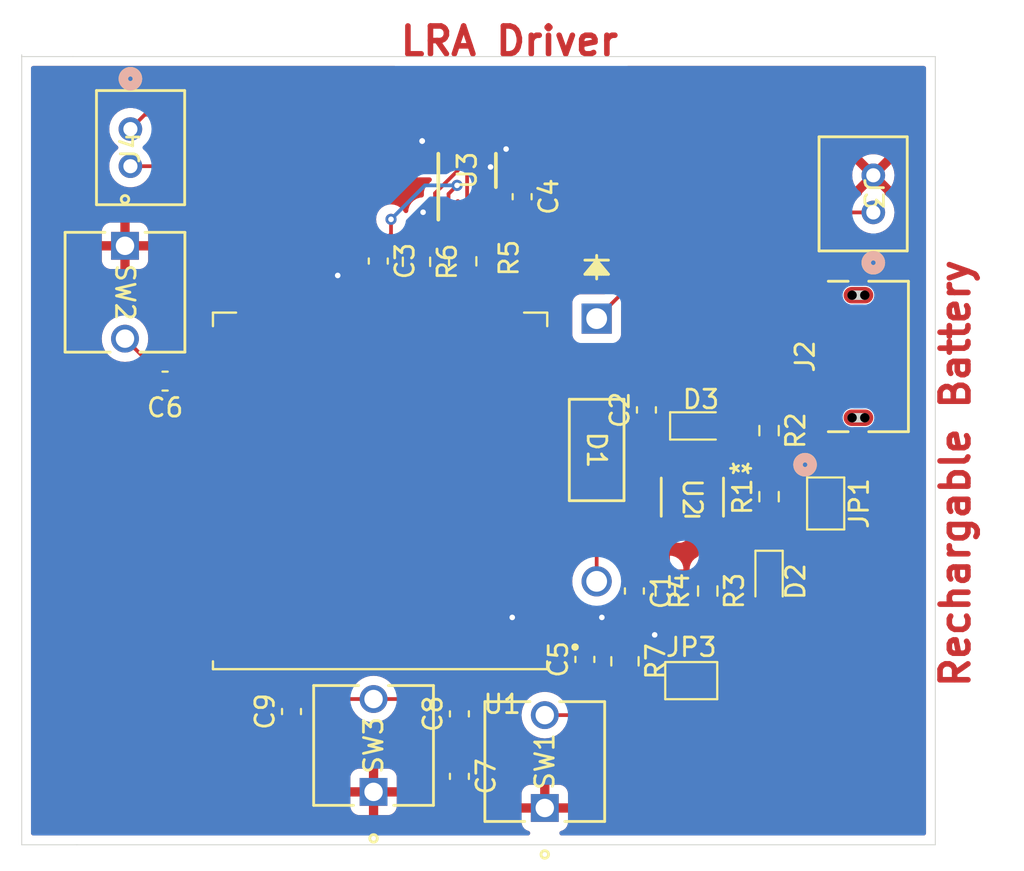
<source format=kicad_pcb>
(kicad_pcb (version 20240108) (generator "pcbnew") (generator_version "8.0")
  (layers (0 "F.Cu" signal) (31 "B.Cu" signal) (34 "B.Paste" user) (35 "F.Paste" user) (36 "B.SilkS" user "B.Silkscreen") (37 "F.SilkS" user "F.Silkscreen") (38 "B.Mask" user) (39 "F.Mask" user) (44 "Edge.Cuts" user))
  (net 0 "")
  (net 1 "Net-(D2-A)")
  (net 2 "GND")
  (net 3 "Net-(D1-A)")
  (net 4 "Net-(U3-REG)")
  (net 5 "Net-(U3-EN)")
  (net 6 "/Reset")
  (net 7 "Net-(SW2A-B)")
  (net 8 "+3V3")
  (net 9 "Net-(SW3A-B)")
  (net 10 "Net-(D1-K)")
  (net 11 "Net-(D2-K)")
  (net 12 "Net-(D3-A)")
  (net 13 "/USB_D-")
  (net 14 "/USB_D+")
  (net 15 "Net-(J4-Pin_2)")
  (net 16 "Net-(J4-Pin_1)")
  (net 17 "Net-(JP3-B)")
  (net 18 "Net-(JP3-A)")
  (net 19 "Net-(R1-Pad2)")
  (net 20 "/SCL")
  (net 21 "/SDA")
  (net 22 "/HS")
  (net 23 "/VS")
  (net 25 "/D3")
  (net 27 "/D7")
  (net 33 "/PCLK")
  (net 41 "/D1")
  (net 45 "/MCLK")
  (net 46 "/D0")
  (net 47 "/D6")
  (net 54 "/D5")
  (net 56 "/PWNN")
  (net 57 "/D4")
  (net 59 "/D2")
  (footprint "ESP32_sym_footprint:SW_TL59AF160Q_EWI" (layer "F.Cu") (at 187.325 118.491 90)
    (property "Reference" "SW1" (at 2.5 0 90) (layer "F.SilkS"))
    (property "Value" "RESET")
    (fp_line (start 5.7258 -3.2258) (end -0.7258 -3.2258) (stroke (width 0.1524)) (layer "F.SilkS"))
    (fp_line (start -0.7258 -3.2258) (end -0.7258 -1.08204) (stroke (width 0.1524)) (layer "F.SilkS"))
    (fp_line (start 5.7258 -0.802512) (end 5.7258 -3.2258) (stroke (width 0.1524)) (layer "F.SilkS"))
    (fp_line (start -0.7258 1.08204) (end -0.7258 3.2258) (stroke (width 0.1524)) (layer "F.SilkS"))
    (fp_line (start 5.7258 3.2258) (end 5.7258 0.802512) (stroke (width 0.1524)) (layer "F.SilkS"))
    (fp_line (start -0.7258 3.2258) (end 5.7258 3.2258) (stroke (width 0.1524)) (layer "F.SilkS"))
    (fp_circle (center -2.5038 0) (end -2.3006 0) (stroke (width 0.1524)) (fill none) (layer "F.SilkS"))
    (pad "1" thru_hole rect (at 0 0 90) (size 1.4986 1.4986) (drill 0.9906) (layers "*.Cu" "*.Mask") (net 2 "GND"))
    (pad "2" thru_hole circle (at 5 0 90) (size 1.4986 1.4986) (drill 0.9906) (layers "*.Cu" "*.Mask") (net 6 "/Reset"))
  )
  (footprint "Capacitor_SMD:C_0603_1608Metric" (layer "F.Cu") (at 173.6852 113.297 90)
    (property "Reference" "C9" (at 0 -1.43 90) (layer "F.SilkS"))
    (property "Value" ".1uF")
    (fp_line (start -0.14058 -0.51) (end 0.14058 -0.51) (stroke (width 0.12)) (layer "F.SilkS"))
    (fp_line (start -0.14058 0.51) (end 0.14058 0.51) (stroke (width 0.12)) (layer "F.SilkS"))
    (pad "1" smd roundrect (at -0.775 0 90) (size 0.9 0.95) (layers "F.Cu" "F.Paste" "F.Mask") (net 2 "GND"))
    (pad "2" smd roundrect (at 0.775 0 90) (size 0.9 0.95) (layers "F.Cu" "F.Paste" "F.Mask") (net 9 "Net-(SW3A-B)"))
  )
  (footprint "ESP32_sym_footprint:DO-41_STM" (layer "F.Cu") (at 190.119 92.1385 -90)
    (property "Reference" "D1" (at 7.0739 0 -90) (layer "F.SilkS"))
    (property "Value" "D_Schottky")
    (fp_line (start 4.3434 1.4732) (end 9.8044 1.4732) (stroke (width 0.1524)) (layer "F.SilkS"))
    (fp_line (start 9.8044 1.4732) (end 9.8044 -1.4732) (stroke (width 0.1524)) (layer "F.SilkS"))
    (fp_line (start -3.1496 0) (end -2.3876 0.635) (stroke (width 0.1524)) (layer "F.SilkS"))
    (fp_line (start -3.1496 0) (end -2.3876 0.508) (stroke (width 0.1524)) (layer "F.SilkS"))
    (fp_line (start -3.1496 0) (end -2.3876 0.381) (stroke (width 0.1524)) (layer "F.SilkS"))
    (fp_line (start -3.1496 0) (end -2.3876 0.254) (stroke (width 0.1524)) (layer "F.SilkS"))
    (fp_line (start -3.1496 0) (end -2.3876 0.127) (stroke (width 0.1524)) (layer "F.SilkS"))
    (fp_line (start -3.1496 0) (end -2.3876 -0.127) (stroke (width 0.1524)) (layer "F.SilkS"))
    (fp_line (start -3.1496 0) (end -2.3876 -0.254) (stroke (width 0.1524)) (layer "F.SilkS"))
    (fp_line (start -3.1496 0) (end -2.3876 -0.381) (stroke (width 0.1524)) (layer "F.SilkS"))
    (fp_line (start -3.1496 0) (end -2.3876 -0.508) (stroke (width 0.1524)) (layer "F.SilkS"))
    (fp_line (start -3.1496 0) (end -2.3876 -0.635) (stroke (width 0.1524)) (layer "F.SilkS"))
    (fp_line (start -2.1336 0) (end -3.4036 0) (stroke (width 0.1524)) (layer "F.SilkS"))
    (fp_line (start -3.1496 -0.635) (end -3.1496 0.635) (stroke (width 0.1524)) (layer "F.SilkS"))
    (fp_line (start -2.3876 -0.635) (end -2.3876 0.635) (stroke (width 0.1524)) (layer "F.SilkS"))
    (fp_line (start 4.3434 -1.4732) (end 4.3434 1.4732) (stroke (width 0.1524)) (layer "F.SilkS"))
    (fp_line (start 9.8044 -1.4732) (end 4.3434 -1.4732) (stroke (width 0.1524)) (layer "F.SilkS"))
    (pad "1" thru_hole rect (at 0 0 270) (size 1.6256 1.6256) (drill 1.1176) (layers "*.Cu" "*.Mask") (net 10 "Net-(D1-K)"))
    (pad "2" thru_hole circle (at 14.1478 0 270) (size 1.6256 1.6256) (drill 1.1176) (layers "*.Cu" "*.Mask") (net 3 "Net-(D1-A)"))
  )
  (footprint "Resistor_SMD:R_0805_2012Metric" (layer "F.Cu") (at 191.643 110.5935 -90)
    (property "Reference" "R7" (at 0 -1.65 90) (layer "F.SilkS"))
    (property "Value" "10k")
    (fp_line (start -0.227064 0.735) (end 0.227064 0.735) (stroke (width 0.12)) (layer "F.SilkS"))
    (fp_line (start -0.227064 -0.735) (end 0.227064 -0.735) (stroke (width 0.12)) (layer "F.SilkS"))
    (pad "1" smd roundrect (at -0.9125 0 270) (size 1.025 1.4) (layers "F.Cu" "F.Paste" "F.Mask") (roundrect_rratio 0.243902) (net 8 "+3V3"))
    (pad "2" smd roundrect (at 0.9125 0 270) (size 1.025 1.4) (layers "F.Cu" "F.Paste" "F.Mask") (roundrect_rratio 0.243902) (net 6 "/Reset"))
  )
  (footprint "ESP32_sym_footprint:CONN2_B2B-PH-K-S_JST" (layer "F.Cu") (at 205.017001 86.4202 -90)
    (property "Reference" "J3" (at -1 0 -90) (layer "F.SilkS"))
    (property "Value" "Conn_01x02_Socket")
    (fp_circle (center 2.7084 0) (end 3.0894 0) (stroke (width 0.508)) (fill none) (layer "B.SilkS"))
    (fp_line (start -4.0734 2.922801) (end 2.0734 2.922801) (stroke (width 0.1524)) (layer "F.SilkS"))
    (fp_line (start 2.0734 2.922801) (end 2.0734 -1.827) (stroke (width 0.1524)) (layer "F.SilkS"))
    (fp_line (start -4.0734 -1.827) (end -4.0734 2.922801) (stroke (width 0.1524)) (layer "F.SilkS"))
    (fp_line (start 2.0734 -1.827) (end -4.0734 -1.827) (stroke (width 0.1524)) (layer "F.SilkS"))
    (fp_circle (center 2.7084 0) (end 3.0894 0) (stroke (width 0.508)) (fill none) (layer "F.SilkS"))
    (pad "1" thru_hole circle (at 0 0 270) (size 1.27 1.27) (drill 0.762) (layers "*.Cu" "*.Mask") (net 10 "Net-(D1-K)"))
    (pad "2" thru_hole circle (at -2.000001 0 270) (size 1.27 1.27) (drill 0.762) (layers "*.Cu" "*.Mask") (net 2 "GND"))
  )
  (footprint "ESP32_sym_footprint:SW_TL59AF160Q_EWI" (layer "F.Cu") (at 164.719 88.218 -90)
    (property "Reference" "SW2" (at 2.5 0 -90) (layer "F.SilkS"))
    (property "Value" "BOOT")
    (fp_line (start -0.7258 3.2258) (end 5.7258 3.2258) (stroke (width 0.1524)) (layer "F.SilkS"))
    (fp_line (start 5.7258 3.2258) (end 5.7258 0.802512) (stroke (width 0.1524)) (layer "F.SilkS"))
    (fp_line (start -0.7258 1.08204) (end -0.7258 3.2258) (stroke (width 0.1524)) (layer "F.SilkS"))
    (fp_line (start 5.7258 -0.802512) (end 5.7258 -3.2258) (stroke (width 0.1524)) (layer "F.SilkS"))
    (fp_line (start -0.7258 -3.2258) (end -0.7258 -1.08204) (stroke (width 0.1524)) (layer "F.SilkS"))
    (fp_line (start 5.7258 -3.2258) (end -0.7258 -3.2258) (stroke (width 0.1524)) (layer "F.SilkS"))
    (fp_circle (center -2.5038 0) (end -2.3006 0) (stroke (width 0.1524)) (fill none) (layer "F.SilkS"))
    (pad "1" thru_hole rect (at 0 0 270) (size 1.4986 1.4986) (drill 0.9906) (layers "*.Cu" "*.Mask") (net 2 "GND"))
    (pad "2" thru_hole circle (at 5 0 270) (size 1.4986 1.4986) (drill 0.9906) (layers "*.Cu" "*.Mask") (net 7 "Net-(SW2A-B)"))
  )
  (footprint "Diode_SMD:D_0603_1608Metric_Pad1.05x0.95mm_HandSolder" (layer "F.Cu") (at 199.4027 106.299 -90)
    (property "Reference" "D2" (at 0 -1.43 90) (layer "F.SilkS"))
    (property "Value" "LED")
    (fp_line (start -1.66 0.735) (end 0.8 0.735) (stroke (width 0.12)) (layer "F.SilkS"))
    (fp_line (start -1.66 -0.735) (end -1.66 0.735) (stroke (width 0.12)) (layer "F.SilkS"))
    (fp_line (start 0.8 -0.735) (end -1.66 -0.735) (stroke (width 0.12)) (layer "F.SilkS"))
    (pad "1" smd roundrect (at -0.875 0 270) (size 1.05 0.95) (layers "F.Cu" "F.Paste" "F.Mask") (net 11 "Net-(D2-K)"))
    (pad "2" smd roundrect (at 0.875 0 270) (size 1.05 0.95) (layers "F.Cu" "F.Paste" "F.Mask") (net 1 "Net-(D2-A)"))
  )
  (footprint "ESP32_sym_footprint:XCVR_ESP32-S2-SOLO-U-N4" (layer "F.Cu") (at 178.456 101.415 180)
    (property "Reference" "U1" (at -6.575 -11.485 360) (layer "F.SilkS"))
    (property "Value" "ESP32-S2-SOLO-U-N4")
    (fp_line (start 9 9.6) (end 9 8.87) (stroke (width 0.127)) (layer "F.SilkS"))
    (fp_line (start 9 9.6) (end 7.755 9.6) (stroke (width 0.127)) (layer "F.SilkS"))
    (fp_line (start 9 -9.6) (end 9 -9.18) (stroke (width 0.127)) (layer "F.SilkS"))
    (fp_line (start -7.755 9.6) (end -9 9.6) (stroke (width 0.127)) (layer "F.SilkS"))
    (fp_line (start -9 9.6) (end -9 8.87) (stroke (width 0.127)) (layer "F.SilkS"))
    (fp_line (start -9 -9.18) (end -9 -9.6) (stroke (width 0.127)) (layer "F.SilkS"))
    (fp_line (start -9 -9.6) (end 9 -9.6) (stroke (width 0.127)) (layer "F.SilkS"))
    (fp_circle (center -10.5 -8.41) (end -10.4 -8.41) (stroke (width 0.2)) (fill none) (layer "F.SilkS"))
    (pad "1" smd rect (at -8.75 -8.41 180) (size 1.5 0.9) (layers "F.Cu" "F.Paste" "F.Mask") (net 2 "GND"))
    (pad "2" smd rect (at -8.75 -7.14 180) (size 1.5 0.9) (layers "F.Cu" "F.Paste" "F.Mask") (net 8 "+3V3"))
    (pad "3" smd rect (at -8.75 -5.87 180) (size 1.5 0.9) (layers "F.Cu" "F.Paste" "F.Mask") (net 6 "/Reset"))
    (pad "4" smd rect (at -8.75 -4.6 180) (size 1.5 0.9) (layers "F.Cu" "F.Paste" "F.Mask") (net 25 "/D3"))
    (pad "5" smd rect (at -8.75 -3.33 180) (size 1.5 0.9) (layers "F.Cu" "F.Paste" "F.Mask") (net 57 "/D4"))
    (pad "6" smd rect (at -8.75 -2.06 180) (size 1.5 0.9) (layers "F.Cu" "F.Paste" "F.Mask") (net 54 "/D5"))
    (pad "7" smd rect (at -8.75 -0.79 180) (size 1.5 0.9) (layers "F.Cu" "F.Paste" "F.Mask") (net 47 "/D6"))
    (pad "8" smd rect (at -8.75 0.48 180) (size 1.5 0.9) (layers "F.Cu" "F.Paste" "F.Mask") (net 23 "/VS"))
    (pad "9" smd rect (at -8.75 1.75 180) (size 1.5 0.9) (layers "F.Cu" "F.Paste" "F.Mask") (net 22 "/HS"))
    (pad "10" smd rect (at -8.75 3.02 180) (size 1.5 0.9) (layers "F.Cu" "F.Paste" "F.Mask"))
    (pad "11" smd rect (at -8.75 4.29 180) (size 1.5 0.9) (layers "F.Cu" "F.Paste" "F.Mask") (net 9 "Net-(SW3A-B)"))
    (pad "12" smd rect (at -8.75 5.56 180) (size 1.5 0.9) (layers "F.Cu" "F.Paste" "F.Mask") (net 27 "/D7"))
    (pad "13" smd rect (at -8.75 6.83 180) (size 1.5 0.9) (layers "F.Cu" "F.Paste" "F.Mask") (net 13 "/USB_D-"))
    (pad "14" smd rect (at -8.75 8.1 180) (size 1.5 0.9) (layers "F.Cu" "F.Paste" "F.Mask") (net 14 "/USB_D+"))
    (pad "15" smd rect (at -6.985 9.35 180) (size 0.9 1.5) (layers "F.Cu" "F.Paste" "F.Mask") (net 59 "/D2"))
    (pad "16" smd rect (at -5.715 9.35 180) (size 0.9 1.5) (layers "F.Cu" "F.Paste" "F.Mask"))
    (pad "17" smd rect (at -4.445 9.35 180) (size 0.9 1.5) (layers "F.Cu" "F.Paste" "F.Mask") (net 20 "/SCL"))
    (pad "18" smd rect (at -3.175 9.35 180) (size 0.9 1.5) (layers "F.Cu" "F.Paste" "F.Mask") (net 21 "/SDA"))
    (pad "19" smd rect (at -1.905 9.35 180) (size 0.9 1.5) (layers "F.Cu" "F.Paste" "F.Mask"))
    (pad "20" smd rect (at -0.635 9.35 180) (size 0.9 1.5) (layers "F.Cu" "F.Paste" "F.Mask") (net 56 "/PWNN"))
    (pad "21" smd rect (at 0.635 9.35 180) (size 0.9 1.5) (layers "F.Cu" "F.Paste" "F.Mask") (net 33 "/PCLK"))
    (pad "22" smd rect (at 1.905 9.35 180) (size 0.9 1.5) (layers "F.Cu" "F.Paste" "F.Mask") (net 45 "/MCLK"))
    (pad "23" smd rect (at 3.175 9.35 180) (size 0.9 1.5) (layers "F.Cu" "F.Paste" "F.Mask"))
    (pad "24" smd rect (at 4.445 9.35 180) (size 0.9 1.5) (layers "F.Cu" "F.Paste" "F.Mask"))
    (pad "25" smd rect (at 5.715 9.35 180) (size 0.9 1.5) (layers "F.Cu" "F.Paste" "F.Mask"))
    (pad "26" smd rect (at 6.985 9.35 180) (size 0.9 1.5) (layers "F.Cu" "F.Paste" "F.Mask"))
    (pad "27" smd rect (at 8.75 8.1 180) (size 1.5 0.9) (layers "F.Cu" "F.Paste" "F.Mask") (net 7 "Net-(SW2A-B)"))
    (pad "28" smd rect (at 8.75 6.83 180) (size 1.5 0.9) (layers "F.Cu" "F.Paste" "F.Mask"))
    (pad "29" smd rect (at 8.75 5.56 180) (size 1.5 0.9) (layers "F.Cu" "F.Paste" "F.Mask"))
    (pad "30" smd rect (at 8.75 4.29 180) (size 1.5 0.9) (layers "F.Cu" "F.Paste" "F.Mask"))
    (pad "31" smd rect (at 8.75 3.02 180) (size 1.5 0.9) (layers "F.Cu" "F.Paste" "F.Mask"))
    (pad "32" smd rect (at 8.75 1.75 180) (size 1.5 0.9) (layers "F.Cu" "F.Paste" "F.Mask"))
    (pad "33" smd rect (at 8.75 0.48 180) (size 1.5 0.9) (layers "F.Cu" "F.Paste" "F.Mask"))
    (pad "34" smd rect (at 8.75 -0.79 180) (size 1.5 0.9) (layers "F.Cu" "F.Paste" "F.Mask"))
    (pad "35" smd rect (at 8.75 -2.06 180) (size 1.5 0.9) (layers "F.Cu" "F.Paste" "F.Mask"))
    (pad "36" smd rect (at 8.75 -3.33 180) (size 1.5 0.9) (layers "F.Cu" "F.Paste" "F.Mask"))
    (pad "37" smd rect (at 8.75 -4.6 180) (size 1.5 0.9) (layers "F.Cu" "F.Paste" "F.Mask"))
    (pad "38" smd rect (at 8.75 -5.87 180) (size 1.5 0.9) (layers "F.Cu" "F.Paste" "F.Mask") (net 41 "/D1"))
    (pad "39" smd rect (at 8.75 -7.14 180) (size 1.5 0.9) (layers "F.Cu" "F.Paste" "F.Mask") (net 46 "/D0"))
    (pad "40" smd rect (at 8.75 -8.41 180) (size 1.5 0.9) (layers "F.Cu" "F.Paste" "F.Mask") (net 2 "GND"))
    (pad "41_1" smd rect (at -2.9 -2.09 180) (size 0.9 0.9) (layers "F.Cu" "F.Paste" "F.Mask"))
    (pad "41_2" smd rect (at -1.5 -2.09 180) (size 0.9 0.9) (layers "F.Cu" "F.Paste" "F.Mask"))
    (pad "41_3" smd rect (at -0.1 -2.09 180) (size 0.9 0.9) (layers "F.Cu" "F.Paste" "F.Mask"))
    (pad "41_4" smd rect (at -2.9 -0.69 180) (size 0.9 0.9) (layers "F.Cu" "F.Paste" "F.Mask"))
    (pad "41_5" smd rect (at -1.5 -0.69 180) (size 0.9 0.9) (layers "F.Cu" "F.Paste" "F.Mask"))
    (pad "41_6" smd rect (at -0.1 -0.69 180) (size 0.9 0.9) (layers "F.Cu" "F.Paste" "F.Mask"))
    (pad "41_7" smd rect (at -2.9 0.71 180) (size 0.9 0.9) (layers "F.Cu" "F.Paste" "F.Mask"))
    (pad "41_8" smd rect (at -1.5 0.71 180) (size 0.9 0.9) (layers "F.Cu" "F.Paste" "F.Mask"))
    (pad "41_9" smd rect (at -0.1 0.71 180) (size 0.9 0.9) (layers "F.Cu" "F.Paste" "F.Mask"))
  )
  (footprint "Resistor_SMD:R_0603_1608Metric_Pad0.98x0.95mm_HandSolder" (layer "F.Cu") (at 199.4027 101.727 90)
    (property "Reference" "R1" (at 0 -1.43 90) (layer "F.SilkS"))
    (property "Value" "330 ohm")
    (fp_line (start -0.254724 -0.5225) (end 0.254724 -0.5225) (stroke (width 0.12)) (layer "F.SilkS"))
    (fp_line (start -0.254724 0.5225) (end 0.254724 0.5225) (stroke (width 0.12)) (layer "F.SilkS"))
    (pad "1" smd roundrect (at -0.9125 0 90) (size 0.975 0.95) (layers "F.Cu" "F.Paste" "F.Mask") (net 11 "Net-(D2-K)"))
    (pad "2" smd roundrect (at 0.9125 0 90) (size 0.975 0.95) (layers "F.Cu" "F.Paste" "F.Mask") (net 19 "Net-(R1-Pad2)"))
  )
  (footprint "Capacitor_SMD:C_0603_1608Metric" (layer "F.Cu") (at 189.484 110.49 90)
    (property "Reference" "C5" (at 0 -1.43 90) (layer "F.SilkS"))
    (property "Value" ".1uF")
    (fp_line (start -0.14058 -0.51) (end 0.14058 -0.51) (stroke (width 0.12)) (layer "F.SilkS"))
    (fp_line (start -0.14058 0.51) (end 0.14058 0.51) (stroke (width 0.12)) (layer "F.SilkS"))
    (pad "1" smd roundrect (at -0.775 0 90) (size 0.9 0.95) (layers "F.Cu" "F.Paste" "F.Mask") (net 2 "GND"))
    (pad "2" smd roundrect (at 0.775 0 90) (size 0.9 0.95) (layers "F.Cu" "F.Paste" "F.Mask") (net 6 "/Reset"))
  )
  (footprint "Capacitor_SMD:C_0603_1608Metric" (layer "F.Cu") (at 178.3588 89.0394 -90)
    (property "Reference" "C3" (at 0 -1.43 90) (layer "F.SilkS"))
    (property "Value" ".1uF")
    (fp_line (start -0.14058 0.51) (end 0.14058 0.51) (stroke (width 0.12)) (layer "F.SilkS"))
    (fp_line (start -0.14058 -0.51) (end 0.14058 -0.51) (stroke (width 0.12)) (layer "F.SilkS"))
    (pad "1" smd roundrect (at -0.775 0 270) (size 0.9 0.95) (layers "F.Cu" "F.Paste" "F.Mask") (net 4 "Net-(U3-REG)"))
    (pad "2" smd roundrect (at 0.775 0 270) (size 0.9 0.95) (layers "F.Cu" "F.Paste" "F.Mask") (net 2 "GND"))
  )
  (footprint "ESP32_sym_footprint:DGS0010A_L" (layer "F.Cu") (at 183.142001 84.1588 90)
    (property "Reference" "U3" (at 0 0 90) (layer "F.SilkS"))
    (property "Value" "DRV2605LTDGSRQ1")
    (fp_line (start -2.65 -1.549999) (end 0.900001 -1.549999) (stroke (width 0.2)) (layer "F.SilkS"))
    (fp_line (start -0.900001 1.549999) (end 0.900001 1.549999) (stroke (width 0.2)) (layer "F.SilkS"))
    (pad "1" smd oval (at -2.125 -1.000001 180) (size 0.249999 1.15) (layers "F.Cu" "F.Paste" "F.Mask") (net 4 "Net-(U3-REG)"))
    (pad "2" smd oval (at -2.125 -0.500002 180) (size 0.249999 1.15) (layers "F.Cu" "F.Paste" "F.Mask") (net 20 "/SCL"))
    (pad "3" smd oval (at -2.125 0 180) (size 0.249999 1.15) (layers "F.Cu" "F.Paste" "F.Mask") (net 21 "/SDA"))
    (pad "4" smd oval (at -2.125 0.499999 180) (size 0.249999 1.15) (layers "F.Cu" "F.Paste" "F.Mask") (net 2 "GND"))
    (pad "5" smd oval (at -2.125 1.000001 180) (size 0.249999 1.15) (layers "F.Cu" "F.Paste" "F.Mask") (net 5 "Net-(U3-EN)"))
    (pad "6" smd oval (at 2.125 1.000001 180) (size 0.249999 1.15) (layers "F.Cu" "F.Paste" "F.Mask") (net 8 "+3V3"))
    (pad "7" smd oval (at 2.125 0.499999 180) (size 0.249999 1.15) (layers "F.Cu" "F.Paste" "F.Mask") (net 16 "Net-(J4-Pin_1)"))
    (pad "8" smd oval (at 2.125 0 180) (size 0.249999 1.15) (layers "F.Cu" "F.Paste" "F.Mask") (net 2 "GND"))
    (pad "9" smd oval (at 2.125 -0.500002 180) (size 0.249999 1.15) (layers "F.Cu" "F.Paste" "F.Mask") (net 15 "Net-(J4-Pin_2)"))
    (pad "10" smd oval (at 2.125 -1.000001 180) (size 0.249999 1.15) (layers "F.Cu" "F.Paste" "F.Mask") (net 8 "+3V3"))
  )
  (footprint "Jumper:SolderJumper-2_P1.3mm_Bridged2Bar_Pad1.0x1.5mm" (layer "F.Cu") (at 195.2117 111.633)
    (property "Reference" "JP3" (at 0 -1.8 360) (layer "F.SilkS"))
    (property "Value" "SolderJumper_2_Open")
    (fp_poly (pts (xy -0.25 -0.6) (xy 0.25 -0.6) (xy 0.25 -0.2) (xy -0.25 -0.2)) (fill solid) (layer "F.Cu"))
    (fp_poly (pts (xy -0.25 0.2) (xy 0.25 0.2) (xy 0.25 0.6) (xy -0.25 0.6)) (fill solid) (layer "F.Cu"))
    (fp_line (start -1.4 -1) (end 1.4 -1) (stroke (width 0.12)) (layer "F.SilkS"))
    (fp_line (start -1.4 1) (end -1.4 -1) (stroke (width 0.12)) (layer "F.SilkS"))
    (fp_line (start 1.4 -1) (end 1.4 1) (stroke (width 0.12)) (layer "F.SilkS"))
    (fp_line (start 1.4 1) (end -1.4 1) (stroke (width 0.12)) (layer "F.SilkS"))
    (pad "1" smd rect (at -0.65 0) (size 1 1.5) (layers "F.Cu" "F.Mask") (net 18 "Net-(JP3-A)"))
    (pad "2" smd rect (at 0.65 0) (size 1 1.5) (layers "F.Cu" "F.Mask") (net 17 "Net-(JP3-B)"))
  )
  (footprint "Capacitor_SMD:C_0603_1608Metric" (layer "F.Cu") (at 186.1058 85.5726 -90)
    (property "Reference" "C4" (at 0 -1.43 90) (layer "F.SilkS"))
    (property "Value" "1uF")
    (fp_line (start -0.14058 0.51) (end 0.14058 0.51) (stroke (width 0.12)) (layer "F.SilkS"))
    (fp_line (start -0.14058 -0.51) (end 0.14058 -0.51) (stroke (width 0.12)) (layer "F.SilkS"))
    (pad "1" smd roundrect (at -0.775 0 270) (size 0.9 0.95) (layers "F.Cu" "F.Paste" "F.Mask") (net 2 "GND"))
    (pad "2" smd roundrect (at 0.775 0 270) (size 0.9 0.95) (layers "F.Cu" "F.Paste" "F.Mask") (net 5 "Net-(U3-EN)"))
  )
  (footprint "Resistor_SMD:R_0805_2012Metric" (layer "F.Cu") (at 182.9054 89.0524 -90)
    (property "Reference" "R5" (at -0.1778 -2.4892 90) (layer "F.SilkS"))
    (property "Value" "2.2k")
    (fp_line (start -0.227064 0.735) (end 0.227064 0.735) (stroke (width 0.12)) (layer "F.SilkS"))
    (fp_line (start -0.227064 -0.735) (end 0.227064 -0.735) (stroke (width 0.12)) (layer "F.SilkS"))
    (pad "1" smd roundrect (at -0.9125 0 270) (size 1.025 1.4) (layers "F.Cu" "F.Paste" "F.Mask") (roundrect_rratio 0.243902) (net 8 "+3V3"))
    (pad "2" smd roundrect (at 0.9125 0 270) (size 1.025 1.4) (layers "F.Cu" "F.Paste" "F.Mask") (roundrect_rratio 0.243902) (net 20 "/SCL"))
  )
  (footprint "Resistor_SMD:R_0603_1608Metric_Pad0.98x0.95mm_HandSolder" (layer "F.Cu") (at 199.4027 98.171 -90)
    (property "Reference" "R2" (at 0 -1.43 90) (layer "F.SilkS"))
    (property "Value" "330 ohm")
    (fp_line (start -0.254724 0.5225) (end 0.254724 0.5225) (stroke (width 0.12)) (layer "F.SilkS"))
    (fp_line (start -0.254724 -0.5225) (end 0.254724 -0.5225) (stroke (width 0.12)) (layer "F.SilkS"))
    (pad "1" smd roundrect (at -0.9125 0 270) (size 0.975 0.95) (layers "F.Cu" "F.Paste" "F.Mask") (net 12 "Net-(D3-A)"))
    (pad "2" smd roundrect (at 0.9125 0 270) (size 0.975 0.95) (layers "F.Cu" "F.Paste" "F.Mask") (net 19 "Net-(R1-Pad2)"))
  )
  (footprint "Diode_SMD:D_0603_1608Metric_Pad1.05x0.95mm_HandSolder" (layer "F.Cu") (at 195.7337 97.917)
    (property "Reference" "D3" (at 0 -1.43 360) (layer "F.SilkS"))
    (property "Value" "LED")
    (fp_line (start -1.66 -0.735) (end -1.66 0.735) (stroke (width 0.12)) (layer "F.SilkS"))
    (fp_line (start -1.66 0.735) (end 0.8 0.735) (stroke (width 0.12)) (layer "F.SilkS"))
    (fp_line (start 0.8 -0.735) (end -1.66 -0.735) (stroke (width 0.12)) (layer "F.SilkS"))
    (pad "1" smd roundrect (at -0.875 0) (size 1.05 0.95) (layers "F.Cu" "F.Paste" "F.Mask") (net 2 "GND"))
    (pad "2" smd roundrect (at 0.875 0) (size 1.05 0.95) (layers "F.Cu" "F.Paste" "F.Mask") (net 12 "Net-(D3-A)"))
  )
  (footprint "Resistor_SMD:R_0805_2012Metric" (layer "F.Cu") (at 180.4162 89.0797 -90)
    (property "Reference" "R6" (at 0 -1.65 90) (layer "F.SilkS"))
    (property "Value" "2.2k")
    (fp_line (start -0.227064 0.735) (end 0.227064 0.735) (stroke (width 0.12)) (layer "F.SilkS"))
    (fp_line (start -0.227064 -0.735) (end 0.227064 -0.735) (stroke (width 0.12)) (layer "F.SilkS"))
    (pad "1" smd roundrect (at -0.9125 0 270) (size 1.025 1.4) (layers "F.Cu" "F.Paste" "F.Mask") (roundrect_rratio 0.243902) (net 8 "+3V3"))
    (pad "2" smd roundrect (at 0.9125 0 270) (size 1.025 1.4) (layers "F.Cu" "F.Paste" "F.Mask") (roundrect_rratio 0.243902) (net 21 "/SDA"))
  )
  (footprint "ESP32_sym_footprint:CONN2_B2B-PH-K-S_JST" (layer "F.Cu") (at 165.0102 81.931 90)
    (property "Reference" "J4" (at -1 0 90) (layer "F.SilkS"))
    (property "Value" "Conn_01x02_Pin")
    (fp_circle (center 2.7084 0) (end 3.0894 0) (stroke (width 0.508)) (fill none) (layer "B.SilkS"))
    (fp_line (start 2.0734 -1.827) (end -4.0734 -1.827) (stroke (width 0.1524)) (layer "F.SilkS"))
    (fp_line (start -4.0734 -1.827) (end -4.0734 2.922801) (stroke (width 0.1524)) (layer "F.SilkS"))
    (fp_line (start 2.0734 2.922801) (end 2.0734 -1.827) (stroke (width 0.1524)) (layer "F.SilkS"))
    (fp_line (start -4.0734 2.922801) (end 2.0734 2.922801) (stroke (width 0.1524)) (layer "F.SilkS"))
    (fp_circle (center 2.7084 0) (end 3.0894 0) (stroke (width 0.508)) (fill none) (layer "F.SilkS"))
    (pad "1" thru_hole circle (at 0 0 90) (size 1.27 1.27) (drill 0.762) (layers "*.Cu" "*.Mask") (net 16 "Net-(J4-Pin_1)"))
    (pad "2" thru_hole circle (at -2.000001 0 90) (size 1.27 1.27) (drill 0.762) (layers "*.Cu" "*.Mask") (net 15 "Net-(J4-Pin_2)"))
  )
  (footprint "Capacitor_SMD:C_0603_1608Metric" (layer "F.Cu") (at 182.7276 113.4234 90)
    (property "Reference" "C8" (at 0 -1.43 90) (layer "F.SilkS"))
    (property "Value" "1uF")
    (fp_line (start -0.14058 -0.51) (end 0.14058 -0.51) (stroke (width 0.12)) (layer "F.SilkS"))
    (fp_line (start -0.14058 0.51) (end 0.14058 0.51) (stroke (width 0.12)) (layer "F.SilkS"))
    (pad "1" smd roundrect (at -0.775 0 90) (size 0.9 0.95) (layers "F.Cu" "F.Paste" "F.Mask") (net 8 "+3V3"))
    (pad "2" smd roundrect (at 0.775 0 90) (size 0.9 0.95) (layers "F.Cu" "F.Paste" "F.Mask") (net 2 "GND"))
  )
  (footprint "Capacitor_SMD:C_0603_1608Metric" (layer "F.Cu") (at 182.7276 116.7892 -90)
    (property "Reference" "C7" (at 0 -1.43 90) (layer "F.SilkS"))
    (property "Value" ".1uF")
    (fp_line (start -0.14058 0.51) (end 0.14058 0.51) (stroke (width 0.12)) (layer "F.SilkS"))
    (fp_line (start -0.14058 -0.51) (end 0.14058 -0.51) (stroke (width 0.12)) (layer "F.SilkS"))
    (pad "1" smd roundrect (at -0.775 0 270) (size 0.9 0.95) (layers "F.Cu" "F.Paste" "F.Mask") (net 8 "+3V3"))
    (pad "2" smd roundrect (at 0.775 0 270) (size 0.9 0.95) (layers "F.Cu" "F.Paste" "F.Mask") (net 2 "GND"))
  )
  (footprint "Capacitor_SMD:C_0603_1608Metric_Pad1.08x0.95mm_HandSolder" (layer "F.Cu") (at 192.7987 97.0545 90)
    (property "Reference" "C2" (at 0 -1.43 90) (layer "F.SilkS"))
    (property "Value" "10μF")
    (fp_line (start -0.146267 -0.51) (end 0.146267 -0.51) (stroke (width 0.12)) (layer "F.SilkS"))
    (fp_line (start -0.146267 0.51) (end 0.146267 0.51) (stroke (width 0.12)) (layer "F.SilkS"))
    (pad "1" smd roundrect (at -0.8625 0 90) (size 1.075 0.95) (layers "F.Cu" "F.Paste" "F.Mask") (net 3 "Net-(D1-A)"))
    (pad "2" smd roundrect (at 0.8625 0 90) (size 1.075 0.95) (layers "F.Cu" "F.Paste" "F.Mask") (net 2 "GND"))
  )
  (footprint "Jumper:SolderJumper-2_P1.3mm_Bridged2Bar_Pad1.0x1.5mm" (layer "F.Cu") (at 202.4507 102.093 -90)
    (property "Reference" "JP1" (at 0 -1.8 90) (layer "F.SilkS"))
    (property "Value" "SolderJumper_2_Open")
    (fp_poly (pts (xy -0.25 0.2) (xy 0.25 0.2) (xy 0.25 0.6) (xy -0.25 0.6)) (fill solid) (layer "F.Cu"))
    (fp_poly (pts (xy -0.25 -0.6) (xy 0.25 -0.6) (xy 0.25 -0.2) (xy -0.25 -0.2)) (fill solid) (layer "F.Cu"))
    (fp_line (start -1.4 1) (end -1.4 -1) (stroke (width 0.12)) (layer "F.SilkS"))
    (fp_line (start 1.4 1) (end -1.4 1) (stroke (width 0.12)) (layer "F.SilkS"))
    (fp_line (start -1.4 -1) (end 1.4 -1) (stroke (width 0.12)) (layer "F.SilkS"))
    (fp_line (start 1.4 -1) (end 1.4 1) (stroke (width 0.12)) (layer "F.SilkS"))
    (pad "1" smd rect (at -0.65 0 270) (size 1 1.5) (layers "F.Cu" "F.Mask") (net 2 "GND"))
    (pad "2" smd rect (at 0.65 0 270) (size 1 1.5) (layers "F.Cu" "F.Mask") (net 1 "Net-(D2-A)"))
  )
  (footprint "ESP32_sym_footprint:SOT-23-5_MC_MCH" (layer "F.Cu") (at 195.272701 101.7524 -90)
    (property "Reference" "U2" (at 0 0 -90) (layer "F.SilkS"))
    (property "Value" "MCP73832T-2ACI/OT")
    (fp_line (start -1.0287 1.6764) (end 1.0287 1.6764) (stroke (width 0.1524)) (layer "F.SilkS"))
    (fp_line (start 1.0287 0.363261) (end 1.0287 -0.363261) (stroke (width 0.1524)) (layer "F.SilkS"))
    (fp_line (start 1.0287 -1.6764) (end -1.0287 -1.6764) (stroke (width 0.1524)) (layer "F.SilkS"))
    (fp_text user "*" (at -1.5494 -2.601 90) (layer "F.SilkS"))
    (fp_text user "*" (at -1.5494 -2.601 -90) (layer "F.SilkS"))
    (pad "1" smd rect (at -1.2954 -0.950001 270) (size 1.3208 0.508) (layers "F.Cu" "F.Paste" "F.Mask") (net 19 "Net-(R1-Pad2)"))
    (pad "2" smd rect (at -1.2954 0 270) (size 1.3208 0.508) (layers "F.Cu" "F.Paste" "F.Mask") (net 2 "GND"))
    (pad "3" smd rect (at -1.2954 0.950001 270) (size 1.3208 0.508) (layers "F.Cu" "F.Paste" "F.Mask") (net 3 "Net-(D1-A)"))
    (pad "4" smd rect (at 1.2954 0.950001 270) (size 1.3208 0.508) (layers "F.Cu" "F.Paste" "F.Mask") (net 1 "Net-(D2-A)"))
    (pad "5" smd rect (at 1.2954 -0.950001 270) (size 1.3208 0.508) (layers "F.Cu" "F.Paste" "F.Mask") (net 17 "Net-(JP3-B)"))
  )
  (footprint "ESP32_sym_footprint:CONN_10118193-0001LF_AMP" (layer "F.Cu") (at 203.948099 94.177 90)
    (property "Reference" "J2" (at 0 -2.607099 90) (layer "F.SilkS"))
    (property "Value" "USB_B_Micro")
    (fp_circle (center -5.8293 -2.607099) (end -5.4483 -2.607099) (stroke (width 0.508)) (fill none) (layer "B.SilkS"))
    (fp_line (start -4.0513 -1.354821) (end -4.0513 -0.286817) (stroke (width 0.1524)) (layer "F.SilkS"))
    (fp_line (start 4.0513 -0.286817) (end 4.0513 -1.354821) (stroke (width 0.1524)) (layer "F.SilkS"))
    (fp_line (start -4.0513 0.82262) (end -4.0513 2.9591) (stroke (width 0.1524)) (layer "F.SilkS"))
    (fp_line (start 4.0513 2.9591) (end 4.0513 0.82262) (stroke (width 0.1524)) (layer "F.SilkS"))
    (fp_line (start -4.0513 2.9591) (end 4.0513 2.9591) (stroke (width 0.1524)) (layer "F.SilkS"))
    (fp_circle (center -5.8293 -2.607099) (end -5.4483 -2.607099) (stroke (width 0.508)) (fill none) (layer "F.SilkS"))
    (fp_line (start 3.299998 0.610801) (end 3.299998 -0.074999) (stroke (width 0.508)) (layer "Edge.Cuts"))
    (fp_line (start -3.299998 0.610801) (end -3.299998 -0.074999) (stroke (width 0.508)) (layer "Edge.Cuts"))
    (pad "" np_thru_hole circle (at -3.299998 -0.074999 90) (size 0.508 0.508) (drill 0.508) (layers))
    (pad "" np_thru_hole circle (at -3.299998 0.610801 90) (size 0.508 0.508) (drill 0.508) (layers))
    (pad "" np_thru_hole circle (at 3.299998 -0.074999 90) (size 0.508 0.508) (drill 0.508) (layers))
    (pad "" np_thru_hole circle (at 3.299998 0.610801 90) (size 0.508 0.508) (drill 0.508) (layers))
    (pad "1" smd rect (at -1.3 -2.607099 90) (size 0.4064 1.3462) (layers "F.Cu" "F.Paste" "F.Mask") (net 1 "Net-(D2-A)"))
    (pad "2" smd rect (at -0.649999 -2.607099 90) (size 0.4064 1.3462) (layers "F.Cu" "F.Paste" "F.Mask") (net 13 "/USB_D-"))
    (pad "3" smd rect (at 0 -2.607099 90) (size 0.4064 1.3462) (layers "F.Cu" "F.Paste" "F.Mask") (net 14 "/USB_D+"))
    (pad "4" smd rect (at 0.649999 -2.607099 90) (size 0.4064 1.3462) (layers "F.Cu" "F.Paste" "F.Mask") (net 2 "GND"))
    (pad "5" smd rect (at 1.3 -2.607099 90) (size 0.4064 1.3462) (layers "F.Cu" "F.Paste" "F.Mask") (net 2 "GND"))
    (pad "6" smd rect (at -3.200001 -2.382098 90) (size 1.6002 1.397) (layers "F.Cu" "F.Paste" "F.Mask") (net 2 "GND"))
    (pad "7" smd rect (at 3.200001 -2.382098 90) (size 1.6002 1.397) (layers "F.Cu" "F.Paste" "F.Mask"))
    (pad "8" smd rect (at -1.2 0.267901 90) (size 1.905 1.905) (layers "F.Cu" "F.Paste" "F.Mask"))
    (pad "9" smd rect (at 1.2 0.267901 90) (size 1.905 1.905) (layers "F.Cu" "F.Paste" "F.Mask"))
    (pad "10" smd oval (at -3.299998 0.267901 90) (size 0.889 1.6002) (layers "F.Cu" "F.Paste" "F.Mask"))
    (pad "11" smd oval (at 3.299998 0.267901 90) (size 0.889 1.6002) (layers "F.Cu" "F.Paste" "F.Mask"))
  )
  (footprint "Resistor_SMD:R_0603_1608Metric_Pad0.98x0.95mm_HandSolder" (layer "F.Cu") (at 196.1007 106.807 -90)
    (property "Reference" "R3" (at 0 -1.43 90) (layer "F.SilkS"))
    (property "Value" "10K")
    (fp_line (start -0.254724 0.5225) (end 0.254724 0.5225) (stroke (width 0.12)) (layer "F.SilkS"))
    (fp_line (start -0.254724 -0.5225) (end 0.254724 -0.5225) (stroke (width 0.12)) (layer "F.SilkS"))
    (pad "1" smd roundrect (at -0.9125 0 270) (size 0.975 0.95) (layers "F.Cu" "F.Paste" "F.Mask") (net 17 "Net-(JP3-B)"))
    (pad "2" smd roundrect (at 0.9125 0 270) (size 0.975 0.95) (layers "F.Cu" "F.Paste" "F.Mask") (net 2 "GND"))
  )
  (footprint "Capacitor_SMD:C_0603_1608Metric" (layer "F.Cu") (at 166.878 95.504 180)
    (property "Reference" "C6" (at 0 -1.43 360) (layer "F.SilkS"))
    (property "Value" ".1uF")
    (fp_line (start -0.14058 0.51) (end 0.14058 0.51) (stroke (width 0.12)) (layer "F.SilkS"))
    (fp_line (start -0.14058 -0.51) (end 0.14058 -0.51) (stroke (width 0.12)) (layer "F.SilkS"))
    (pad "1" smd roundrect (at -0.775 0 180) (size 0.9 0.95) (layers "F.Cu" "F.Paste" "F.Mask") (net 2 "GND"))
    (pad "2" smd roundrect (at 0.775 0 180) (size 0.9 0.95) (layers "F.Cu" "F.Paste" "F.Mask") (net 7 "Net-(SW2A-B)"))
  )
  (footprint "Capacitor_SMD:C_0603_1608Metric_Pad1.08x0.95mm_HandSolder" (layer "F.Cu") (at 192.151 106.807 -90)
    (property "Reference" "C1" (at 0 -1.43 90) (layer "F.SilkS"))
    (property "Value" "10μF")
    (fp_line (start -0.146267 0.51) (end 0.146267 0.51) (stroke (width 0.12)) (layer "F.SilkS"))
    (fp_line (start -0.146267 -0.51) (end 0.146267 -0.51) (stroke (width 0.12)) (layer "F.SilkS"))
    (pad "1" smd roundrect (at -0.8625 0 270) (size 1.075 0.95) (layers "F.Cu" "F.Paste" "F.Mask") (net 1 "Net-(D2-A)"))
    (pad "2" smd roundrect (at 0.8625 0 270) (size 1.075 0.95) (layers "F.Cu" "F.Paste" "F.Mask") (net 2 "GND"))
  )
  (footprint "ESP32_sym_footprint:SW_TL59AF160Q_EWI" (layer "F.Cu") (at 178.1048 117.62455 90)
    (property "Reference" "SW3" (at 2.5 0 90) (layer "F.SilkS"))
    (property "Value" "LRA Switch")
    (fp_line (start 5.7258 -3.2258) (end -0.7258 -3.2258) (stroke (width 0.1524)) (layer "F.SilkS"))
    (fp_line (start -0.7258 -3.2258) (end -0.7258 -1.08204) (stroke (width 0.1524)) (layer "F.SilkS"))
    (fp_line (start 5.7258 -0.802512) (end 5.7258 -3.2258) (stroke (width 0.1524)) (layer "F.SilkS"))
    (fp_line (start -0.7258 1.08204) (end -0.7258 3.2258) (stroke (width 0.1524)) (layer "F.SilkS"))
    (fp_line (start 5.7258 3.2258) (end 5.7258 0.802512) (stroke (width 0.1524)) (layer "F.SilkS"))
    (fp_line (start -0.7258 3.2258) (end 5.7258 3.2258) (stroke (width 0.1524)) (layer "F.SilkS"))
    (fp_circle (center -2.5038 0) (end -2.3006 0) (stroke (width 0.1524)) (fill none) (layer "F.SilkS"))
    (pad "1" thru_hole rect (at 0 0 90) (size 1.4986 1.4986) (drill 0.9906) (layers "*.Cu" "*.Mask") (net 2 "GND"))
    (pad "2" thru_hole circle (at 5 0 90) (size 1.4986 1.4986) (drill 0.9906) (layers "*.Cu" "*.Mask") (net 9 "Net-(SW3A-B)"))
  )
  (footprint "Resistor_SMD:R_0603_1608Metric_Pad0.98x0.95mm_HandSolder" (layer "F.Cu") (at 193.8147 106.807 -90)
    (property "Reference" "R4" (at 0 -0.762 90) (layer "F.SilkS"))
    (property "Value" "2.5K")
    (fp_line (start -0.254724 0.5225) (end 0.254724 0.5225) (stroke (width 0.12)) (layer "F.SilkS"))
    (fp_line (start -0.254724 -0.5225) (end 0.254724 -0.5225) (stroke (width 0.12)) (layer "F.SilkS"))
    (pad "1" smd roundrect (at -0.9125 0 270) (size 0.975 0.95) (layers "F.Cu" "F.Paste" "F.Mask") (net 2 "GND"))
    (pad "2" smd roundrect (at 0.9125 0 270) (size 0.975 0.95) (layers "F.Cu" "F.Paste" "F.Mask") (net 18 "Net-(JP3-A)"))
  )
  (gr_line (start 208.3562 78.0288) (end 208.3562 120.4722) (stroke (width 0.05)) (layer "Edge.Cuts"))
  (gr_line (start 159.1564 120.4722) (end 159.1564 77.9272) (stroke (width 0.05)) (layer "Edge.Cuts"))
  (gr_line (start 161.925 78.0288) (end 208.3562 78.0288) (stroke (width 0.05)) (layer "Edge.Cuts"))
  (gr_line (start 162.1282 120.4722) (end 159.1564 120.4722) (stroke (width 0.05)) (layer "Edge.Cuts"))
  (gr_line (start 159.1437 78.0288) (end 161.9123 78.0288) (stroke (width 0.05)) (layer "Edge.Cuts"))
  (gr_line (start 208.3562 120.4722) (end 162.1282 120.4722) (stroke (width 0.05)) (layer "Edge.Cuts"))
  (gr_text "LRA Driver\n\n" (at 179.4002 80.4926 0) (layer "F.Cu") (effects (font (size 1.5 1.5) (thickness 0.3) (bold yes)) (justify left bottom)))
  (gr_text "Rechargable Battery\n\n" (at 212.725 112.141 90) (layer "F.Cu") (effects (font (size 1.5 1.5) (thickness 0.3) (bold yes)) (justify left bottom)))
  (segment (start 201.9007 102.743) (end 202.4507 102.743) (width 0.2) (layer "F.Cu") (net 1))
  (segment (start 200.567501 101.409801) (end 201.9007 102.743) (width 0.2) (layer "F.Cu") (net 1))
  (segment (start 202.4507 104.126) (end 202.4507 102.743) (width 0.2) (layer "F.Cu") (net 1))
  (segment (start 200.567501 96.250499) (end 200.567501 101.409801) (width 0.2) (layer "F.Cu") (net 1))
  (segment (start 191.7827 105.844) (end 191.7827 105.5878) (width 0.2) (layer "F.Cu") (net 1))
  (segment (start 195.2831 102.0874) (end 194.3227 103.0478) (width 0.2) (layer "F.Cu") (net 1))
  (segment (start 196.776702 102.0874) (end 195.2831 102.0874) (width 0.2) (layer "F.Cu") (net 1))
  (segment (start 194.3227 103.0478) (end 192.151 105.2195) (width 0.2) (layer "F.Cu") (net 1))
  (segment (start 192.151 105.2195) (end 192.151 105.9445) (width 0.2) (layer "F.Cu") (net 1))
  (segment (start 199.4027 107.174) (end 196.776702 104.548002) (width 0.2) (layer "F.Cu") (net 1))
  (segment (start 201.341 95.477) (end 200.567501 96.250499) (width 0.2) (layer "F.Cu") (net 1))
  (segment (start 196.776702 104.548002) (end 196.776702 102.0874) (width 0.2) (layer "F.Cu") (net 1))
  (segment (start 199.4027 107.174) (end 202.4507 104.126) (width 0.2) (layer "F.Cu") (net 1))
  (segment (start 193.8147 106.0058) (end 192.151 107.6695) (width 0.2) (layer "F.Cu") (net 2))
  (segment (start 184.404 83.9724) (end 183.6674 83.9724) (width 0.2) (layer "F.Cu") (net 2))
  (segment (start 183.642 84.836) (end 183.642 86.2838) (width 0.2) (layer "F.Cu") (net 2))
  (segment (start 192.151 108.077) (end 193.2432 109.1692) (width 0.2) (layer "F.Cu") (net 2))
  (segment (start 178.3588 89.8144) (end 176.1744 89.8144) (width 0.2) (layer "F.Cu") (net 2))
  (segment (start 186.1058 84.7976) (end 183.6804 84.7976) (width 0.2) (layer "F.Cu") (net 2))
  (segment (start 183.142001 82.0338) (end 183.142001 83.109915) (width 0.2) (layer "F.Cu") (net 2))
  (segment (start 189.484 111.265) (end 189.484 111.332) (width 0.2) (layer "F.Cu") (net 2))
  (segment (start 183.642 83.609914) (end 183.642 83.9978) (width 0.2) (layer "F.Cu") (net 2))
  (segment (start 183.642 83.9978) (end 183.642 84.836) (width 0.2) (layer "F.Cu") (net 2))
  (segment (start 187.206 109.825) (end 188.646 111.265) (width 0.2) (layer "F.Cu") (net 2))
  (segment (start 193.8147 105.8945) (end 193.8255 105.8945) (width 0.2) (layer "F.Cu") (net 2))
  (segment (start 183.142001 83.109915) (end 183.642 83.609914) (width 0.2) (layer "F.Cu") (net 2))
  (segment (start 183.6804 84.7976) (end 183.642 84.836) (width 0.2) (layer "F.Cu") (net 2))
  (segment (start 192.151 107.6695) (end 192.151 108.077) (width 0.2) (layer "F.Cu") (net 2))
  (segment (start 188.646 111.265) (end 189.484 111.265) (width 0.2) (layer "F.Cu") (net 2))
  (segment (start 193.8147 105.8945) (end 193.8147 106.0058) (width 0.2) (layer "F.Cu") (net 2))
  (segment (start 189.725 111.506) (end 189.484 111.265) (width 0.2) (layer "F.Cu") (net 2))
  (segment (start 183.6674 83.9724) (end 183.642 83.9978) (width 0.2) (layer "F.Cu") (net 2))
  (via (at 176.1744 89.8144) (size 0.6) (drill 0.3) (layers "F.Cu" "B.Cu") (net 2))
  (via (at 184.404 83.9724) (size 0.6) (drill 0.3) (layers "F.Cu" "B.Cu") (net 2))
  (via (at 193.2432 109.1692) (size 0.6) (drill 0.3) (layers "F.Cu" "B.Cu") (net 2))
  (segment (start 192.405 98.3107) (end 192.7987 97.917) (width 0.2) (layer "F.Cu") (net 3))
  (segment (start 192.7987 98.933) (end 194.3227 100.457) (width 0.2) (layer "F.Cu") (net 3))
  (segment (start 192.659 97.917) (end 192.7987 97.917) (width 0.2) (layer "F.Cu") (net 3))
  (segment (start 192.7987 97.917) (end 192.7987 98.933) (width 0.2) (layer "F.Cu") (net 3))
  (segment (start 190.119 104.6607) (end 190.119 106.2863) (width 0.2) (layer "F.Cu") (net 3))
  (segment (start 194.3227 100.457) (end 190.119 104.6607) (width 0.2) (layer "F.Cu") (net 3))
  (segment (start 182.142 86.2838) (end 182.142 85.4216) (width 0.2) (layer "F.Cu") (net 4))
  (segment (start 182.142 85.4216) (end 182.6006 84.963) (width 0.2) (layer "F.Cu") (net 4))
  (segment (start 179.0446 86.7918) (end 179.0446 87.5786) (width 0.2) (layer "F.Cu") (net 4))
  (segment (start 179.0446 87.5786) (end 178.3588 88.2644) (width 0.2) (layer "F.Cu") (net 4))
  (via (at 179.0446 86.7918) (size 0.6) (drill 0.3) (layers "F.Cu" "B.Cu") (net 4))
  (via (at 182.6006 84.963) (size 0.6) (drill 0.3) (layers "F.Cu" "B.Cu") (net 4))
  (segment (start 180.8734 84.963) (end 179.0446 86.7918) (width 0.2) (layer "B.Cu") (net 4))
  (segment (start 182.6006 84.963) (end 180.8734 84.963) (width 0.2) (layer "B.Cu") (net 4))
  (segment (start 184.205802 86.3476) (end 184.142002 86.2838) (width 0.2) (layer "F.Cu") (net 5))
  (segment (start 186.1058 86.3476) (end 184.205802 86.3476) (width 0.2) (layer "F.Cu") (net 5))
  (segment (start 189.484 108.613) (end 189.484 109.715) (width 0.2) (layer "F.Cu") (net 6))
  (segment (start 188.156 107.285) (end 189.484 108.613) (width 0.2) (layer "F.Cu") (net 6))
  (segment (start 189.484 109.715) (end 189.852 109.715) (width 0.2) (layer "F.Cu") (net 6))
  (segment (start 187.206 107.285) (end 188.156 107.285) (width 0.2) (layer "F.Cu") (net 6))
  (segment (start 189.658 113.491) (end 191.643 111.506) (width 0.2) (layer "F.Cu") (net 6))
  (segment (start 187.325 113.491) (end 189.658 113.491) (width 0.2) (layer "F.Cu") (net 6))
  (segment (start 189.852 109.715) (end 191.643 111.506) (width 0.2) (layer "F.Cu") (net 6))
  (segment (start 169.706 93.315) (end 168.292 93.315) (width 0.2) (layer "F.Cu") (net 7))
  (segment (start 166.103 94.602) (end 166.103 95.504) (width 0.2) (layer "F.Cu") (net 7))
  (segment (start 168.292 93.315) (end 166.103 95.504) (width 0.2) (layer "F.Cu") (net 7))
  (segment (start 164.719 93.218) (end 166.103 94.602) (width 0.2) (layer "F.Cu") (net 7))
  (segment (start 186.8808 84.348904) (end 186.8808 86.9312) (width 0.2) (layer "F.Cu") (net 8))
  (segment (start 186.8804 108.2294) (end 187.206 108.555) (width 0.2) (layer "F.Cu") (net 8))
  (segment (start 183.5026 111.844) (end 183.5026 113.4234) (width 0.2) (layer "F.Cu") (net 8))
  (segment (start 186.8808 86.9312) (end 185.6721 88.1399) (width 0.2) (layer "F.Cu") (net 8))
  (segment (start 181.2626 82.0338) (end 180.721 82.5754) (width 0.2) (layer "F.Cu") (net 8))
  (segment (start 184.142002 82.0338) (end 184.2688 82.0338) (width 0.2) (layer "F.Cu") (net 8))
  (segment (start 187.206 108.555) (end 186.7916 108.555) (width 0.2) (layer "F.Cu") (net 8))
  (segment (start 182.142 82.0338) (end 181.2626 82.0338) (width 0.2) (layer "F.Cu") (net 8))
  (segment (start 180.7718 86.4108) (end 180.7718 87.8116) (width 0.2) (layer "F.Cu") (net 8))
  (segment (start 182.7276 114.1984) (end 182.7276 116.0142) (width 0.2) (layer "F.Cu") (net 8))
  (segment (start 185.539096 83.0072) (end 186.8808 84.348904) (width 0.2) (layer "F.Cu") (net 8))
  (segment (start 185.2422 83.0072) (end 185.539096 83.0072) (width 0.2) (layer "F.Cu") (net 8))
  (segment (start 185.6721 88.1399) (end 182.9054 88.1399) (width 0.2) (layer "F.Cu") (net 8))
  (segment (start 191.643 109.681) (end 191.643 109.474) (width 0.2) (layer "F.Cu") (net 8))
  (segment (start 183.5026 113.4234) (end 182.7276 114.1984) (width 0.2) (layer "F.Cu") (net 8))
  (segment (start 185.5724 108.2294) (end 186.8804 108.2294) (width 0.2) (layer "F.Cu") (net 8))
  (segment (start 180.7718 87.8116) (end 180.4162 88.1672) (width 0.2) (layer "F.Cu") (net 8))
  (segment (start 191.643 109.474) (end 190.3984 108.2294) (width 0.2) (layer "F.Cu") (net 8))
  (segment (start 184.2688 82.0338) (end 185.2422 83.0072) (width 0.2) (layer "F.Cu") (net 8))
  (segment (start 186.7916 108.555) (end 183.5026 111.844) (width 0.2) (layer "F.Cu") (net 8))
  (via (at 180.721 82.5754) (size 0.6) (drill 0.3) (layers "F.Cu" "B.Cu") (net 8))
  (via (at 180.721 82.5754) (size 0.6) (drill 0.3) (layers "F.Cu" "B.Cu") (net 8))
  (via (at 185.5724 108.2294) (size 0.6) (drill 0.3) (layers "F.Cu" "B.Cu") (net 8))
  (via (at 185.2422 83.0072) (size 0.6) (drill 0.3) (layers "F.Cu" "B.Cu") (net 8))
  (via (at 180.721 82.5754) (size 0.6) (drill 0.3) (layers "F.Cu" "B.Cu") (net 8))
  (via (at 190.3984 108.2294) (size 0.6) (drill 0.3) (layers "F.Cu" "B.Cu") (net 8))
  (via (at 180.7718 86.4108) (size 0.6) (drill 0.3) (layers "F.Cu" "B.Cu") (net 8))
  (segment (start 185.5724 108.2294) (end 190.3984 108.2294) (width 0.2) (layer "B.Cu") (net 8))
  (segment (start 180.721 82.5754) (end 181.1528 83.0072) (width 0.2) (layer "B.Cu") (net 8))
  (segment (start 181.1528 83.0072) (end 185.2422 83.0072) (width 0.2) (layer "B.Cu") (net 8))
  (segment (start 178.1048 112.62455) (end 179.72945 112.62455) (width 0.2) (layer "F.Cu") (net 9))
  (segment (start 178.1048 112.62455) (end 173.78775 112.62455) (width 0.2) (layer "F.Cu") (net 9))
  (segment (start 173.78775 112.62455) (end 173.6852 112.522) (width 0.2) (layer "F.Cu") (net 9))
  (segment (start 186.256 97.125) (end 187.206 97.125) (width 0.2) (layer "F.Cu") (net 9))
  (segment (start 186.156 97.225) (end 186.256 97.125) (width 0.2) (layer "F.Cu") (net 9))
  (segment (start 186.156 106.198) (end 186.156 97.225) (width 0.2) (layer "F.Cu") (net 9))
  (segment (start 179.72945 112.62455) (end 186.156 106.198) (width 0.2) (layer "F.Cu") (net 9))
  (segment (start 195.8373 86.4202) (end 190.119 92.1385) (width 0.2) (layer "F.Cu") (net 10))
  (segment (start 205.017001 86.4202) (end 195.8373 86.4202) (width 0.2) (layer "F.Cu") (net 10))
  (segment (start 199.4027 105.424) (end 199.4027 102.6395) (width 0.2) (layer "F.Cu") (net 11))
  (segment (start 197.2672 97.2585) (end 196.6087 97.917) (width 0.2) (layer "F.Cu") (net 12))
  (segment (start 199.4027 97.2585) (end 197.2672 97.2585) (width 0.2) (layer "F.Cu") (net 12))
  (segment (start 201.341 94.826999) (end 187.447999 94.826999) (width 0.2) (layer "F.Cu") (net 13))
  (segment (start 187.447999 94.826999) (end 187.206 94.585) (width 0.2) (layer "F.Cu") (net 13))
  (segment (start 187.736 93.315) (end 187.206 93.315) (width 0.2) (layer "F.Cu") (net 14))
  (segment (start 201.341 94.177) (end 188.598 94.177) (width 0.2) (layer "F.Cu") (net 14))
  (segment (start 188.598 94.177) (end 187.736 93.315) (width 0.2) (layer "F.Cu") (net 14))
  (segment (start 181.29584 83.931001) (end 165.0102 83.931001) (width 0.2) (layer "F.Cu") (net 15))
  (segment (start 182.641999 82.0338) (end 182.641999 82.584842) (width 0.2) (layer "F.Cu") (net 15))
  (segment (start 182.641999 82.584842) (end 181.29584 83.931001) (width 0.2) (layer "F.Cu") (net 15))
  (segment (start 183.642 82.0338) (end 183.642 81.482758) (width 0.2) (layer "F.Cu") (net 16))
  (segment (start 165.7824 81.1588) (end 165.0102 81.931) (width 0.2) (layer "F.Cu") (net 16))
  (segment (start 183.318042 81.1588) (end 165.7824 81.1588) (width 0.2) (layer "F.Cu") (net 16))
  (segment (start 183.642 81.482758) (end 183.318042 81.1588) (width 0.2) (layer "F.Cu") (net 16))
  (segment (start 195.8617 111.633) (end 196.8757 110.619) (width 0.2) (layer "F.Cu") (net 17))
  (segment (start 196.8757 106.6695) (end 196.1007 105.8945) (width 0.2) (layer "F.Cu") (net 17))
  (segment (start 196.222702 103.0478) (end 196.222702 105.772498) (width 0.2) (layer "F.Cu") (net 17))
  (segment (start 196.8757 110.619) (end 196.8757 106.6695) (width 0.2) (layer "F.Cu") (net 17))
  (segment (start 196.222702 105.772498) (end 196.1007 105.8945) (width 0.2) (layer "F.Cu") (net 17))
  (segment (start 194.5617 108.4665) (end 193.8147 107.7195) (width 0.2) (layer "F.Cu") (net 18))
  (segment (start 194.5617 111.633) (end 194.5617 108.4665) (width 0.2) (layer "F.Cu") (net 18))
  (segment (start 199.0452 100.457) (end 199.4027 100.8145) (width 0.2) (layer "F.Cu") (net 19))
  (segment (start 199.4027 100.8145) (end 199.4027 99.0835) (width 0.2) (layer "F.Cu") (net 19))
  (segment (start 196.222702 100.457) (end 199.0452 100.457) (width 0.2) (layer "F.Cu") (net 19))
  (segment (start 181.9054 88.9649) (end 182.9054 89.9649) (width 0.2) (layer "F.Cu") (net 20))
  (segment (start 182.9054 89.9649) (end 182.9054 92.0606) (width 0.2) (layer "F.Cu") (net 20))
  (segment (start 182.641999 86.834842) (end 181.9054 87.571441) (width 0.2) (layer "F.Cu") (net 20))
  (segment (start 182.641999 86.2838) (end 182.641999 86.834842) (width 0.2) (layer "F.Cu") (net 20))
  (segment (start 182.9054 92.0606) (end 182.901 92.065) (width 0.2) (layer "F.Cu") (net 20))
  (segment (start 181.9054 87.571441) (end 181.9054 88.9649) (width 0.2) (layer "F.Cu") (net 20))
  (segment (start 181.4162 88.9922) (end 181.4162 85.3854) (width 0.2) (layer "F.Cu") (net 21))
  (segment (start 181.5752 92.0092) (end 181.631 92.065) (width 0.2) (layer "F.Cu") (net 21))
  (segment (start 182.008402 91.687598) (end 181.631 92.065) (width 0.2) (layer "F.Cu") (net 21))
  (segment (start 181.4162 85.3854) (end 183.134 83.6676) (width 0.2) (layer "F.Cu") (net 21))
  (segment (start 181.631 91.207) (end 181.631 92.065) (width 0.2) (layer "F.Cu") (net 21))
  (segment (start 183.134 83.6676) (end 183.142001 83.675601) (width 0.2) (layer "F.Cu") (net 21))
  (segment (start 180.4162 89.9922) (end 181.631 91.207) (width 0.2) (layer "F.Cu") (net 21))
  (segment (start 183.142001 83.675601) (end 183.142001 86.2838) (width 0.2) (layer "F.Cu") (net 21))
  (segment (start 181.770401 91.925599) (end 181.631 92.065) (width 0.2) (layer "F.Cu") (net 21))
  (segment (start 180.4162 89.9922) (end 181.4162 88.9922) (width 0.2) (layer "F.Cu") (net 21))
  (zone (net 2) (net_name "GND") (layer "F.Cu") (priority 1) (connect_pads (clearance 0.5)) (min_thickness 0.25) (fill yes (thermal_gap 0.5) (thermal_bridge_width 0.5))
    (polygon (pts (xy 158.4452 75.1332) (xy 212.2678 75.1332) (xy 212.2678 121.7676) (xy 212.1408 121.8946) (xy 159.1564 121.8946) (xy 157.988 120.7262) (xy 157.988 75.4634) (xy 158.4452 75.0062) (xy 158.4452 74.9808) (xy 158.3944 74.9808) (xy 158.3944 75.0824)))
  )
  (zone (net 8) (net_name "+3V3") (layer "B.Cu") (connect_pads (clearance 0.5)) (min_thickness 0.25) (fill yes (thermal_gap 0.5) (thermal_bridge_width 0.5))
    (polygon (pts (xy 211.6836 75.1332) (xy 211.8614 75.311) (xy 211.8614 121.6152) (xy 159.5374 121.6152) (xy 158.2674 120.3452) (xy 158.2674 75.184) (xy 160.3248 75.184) (xy 160.274 75.1332) (xy 160.6804 75.1332)))
  )
)
</source>
